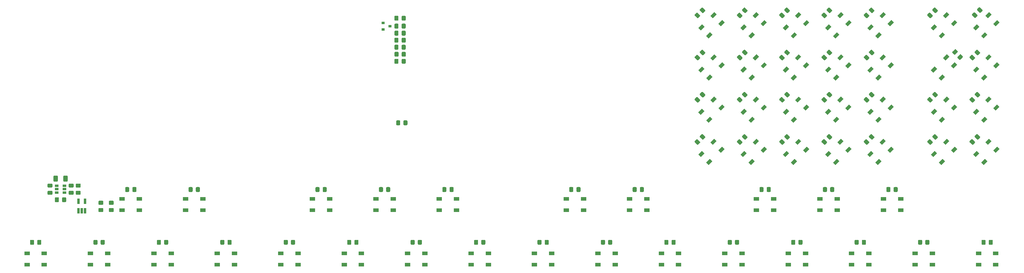
<source format=gbr>
%TF.GenerationSoftware,KiCad,Pcbnew,5.1.6*%
%TF.CreationDate,2020-11-05T20:15:49+01:00*%
%TF.ProjectId,OTTO_AUX_SMD,4f54544f-5f41-4555-985f-534d442e6b69,rev?*%
%TF.SameCoordinates,Original*%
%TF.FileFunction,Paste,Top*%
%TF.FilePolarity,Positive*%
%FSLAX46Y46*%
G04 Gerber Fmt 4.6, Leading zero omitted, Abs format (unit mm)*
G04 Created by KiCad (PCBNEW 5.1.6) date 2020-11-05 20:15:49*
%MOMM*%
%LPD*%
G01*
G04 APERTURE LIST*
%ADD10C,0.150000*%
%ADD11R,1.500000X1.000000*%
%ADD12R,0.900000X0.800000*%
%ADD13R,0.650000X1.560000*%
%ADD14R,1.060000X0.650000*%
G04 APERTURE END LIST*
D10*
G36*
X292921441Y-45850924D02*
G01*
X292214335Y-45143818D01*
X293274995Y-44083158D01*
X293982101Y-44790264D01*
X292921441Y-45850924D01*
G37*
G36*
X295184182Y-48113665D02*
G01*
X294477076Y-47406559D01*
X295537736Y-46345899D01*
X296244842Y-47053005D01*
X295184182Y-48113665D01*
G37*
G36*
X296386264Y-42386101D02*
G01*
X295679158Y-41678995D01*
X296739818Y-40618335D01*
X297446924Y-41325441D01*
X296386264Y-42386101D01*
G37*
G36*
X298649005Y-44648842D02*
G01*
X297941899Y-43941736D01*
X299002559Y-42881076D01*
X299709665Y-43588182D01*
X298649005Y-44648842D01*
G37*
G36*
X280921441Y-45850924D02*
G01*
X280214335Y-45143818D01*
X281274995Y-44083158D01*
X281982101Y-44790264D01*
X280921441Y-45850924D01*
G37*
G36*
X283184182Y-48113665D02*
G01*
X282477076Y-47406559D01*
X283537736Y-46345899D01*
X284244842Y-47053005D01*
X283184182Y-48113665D01*
G37*
G36*
X284386264Y-42386101D02*
G01*
X283679158Y-41678995D01*
X284739818Y-40618335D01*
X285446924Y-41325441D01*
X284386264Y-42386101D01*
G37*
G36*
X286649005Y-44648842D02*
G01*
X285941899Y-43941736D01*
X287002559Y-42881076D01*
X287709665Y-43588182D01*
X286649005Y-44648842D01*
G37*
D11*
X280650000Y-88486218D03*
X280650000Y-85286218D03*
X275750000Y-88486218D03*
X275750000Y-85286218D03*
D10*
G36*
X245002559Y-18881076D02*
G01*
X245709665Y-19588182D01*
X244649005Y-20648842D01*
X243941899Y-19941736D01*
X245002559Y-18881076D01*
G37*
G36*
X242739818Y-16618335D02*
G01*
X243446924Y-17325441D01*
X242386264Y-18386101D01*
X241679158Y-17678995D01*
X242739818Y-16618335D01*
G37*
G36*
X241537736Y-22345899D02*
G01*
X242244842Y-23053005D01*
X241184182Y-24113665D01*
X240477076Y-23406559D01*
X241537736Y-22345899D01*
G37*
G36*
X239274995Y-20083158D02*
G01*
X239982101Y-20790264D01*
X238921441Y-21850924D01*
X238214335Y-21143818D01*
X239274995Y-20083158D01*
G37*
G36*
X299002559Y-18881076D02*
G01*
X299709665Y-19588182D01*
X298649005Y-20648842D01*
X297941899Y-19941736D01*
X299002559Y-18881076D01*
G37*
G36*
X296739818Y-16618335D02*
G01*
X297446924Y-17325441D01*
X296386264Y-18386101D01*
X295679158Y-17678995D01*
X296739818Y-16618335D01*
G37*
G36*
X295537736Y-22345899D02*
G01*
X296244842Y-23053005D01*
X295184182Y-24113665D01*
X294477076Y-23406559D01*
X295537736Y-22345899D01*
G37*
G36*
X293274995Y-20083158D02*
G01*
X293982101Y-20790264D01*
X292921441Y-21850924D01*
X292214335Y-21143818D01*
X293274995Y-20083158D01*
G37*
G36*
X287002559Y-18881076D02*
G01*
X287709665Y-19588182D01*
X286649005Y-20648842D01*
X285941899Y-19941736D01*
X287002559Y-18881076D01*
G37*
G36*
X284739818Y-16618335D02*
G01*
X285446924Y-17325441D01*
X284386264Y-18386101D01*
X283679158Y-17678995D01*
X284739818Y-16618335D01*
G37*
G36*
X283537736Y-22345899D02*
G01*
X284244842Y-23053005D01*
X283184182Y-24113665D01*
X282477076Y-23406559D01*
X283537736Y-22345899D01*
G37*
G36*
X281274995Y-20083158D02*
G01*
X281982101Y-20790264D01*
X280921441Y-21850924D01*
X280214335Y-21143818D01*
X281274995Y-20083158D01*
G37*
G36*
X269002559Y-18881076D02*
G01*
X269709665Y-19588182D01*
X268649005Y-20648842D01*
X267941899Y-19941736D01*
X269002559Y-18881076D01*
G37*
G36*
X266739818Y-16618335D02*
G01*
X267446924Y-17325441D01*
X266386264Y-18386101D01*
X265679158Y-17678995D01*
X266739818Y-16618335D01*
G37*
G36*
X265537736Y-22345899D02*
G01*
X266244842Y-23053005D01*
X265184182Y-24113665D01*
X264477076Y-23406559D01*
X265537736Y-22345899D01*
G37*
G36*
X263274995Y-20083158D02*
G01*
X263982101Y-20790264D01*
X262921441Y-21850924D01*
X262214335Y-21143818D01*
X263274995Y-20083158D01*
G37*
G36*
X257002559Y-18881076D02*
G01*
X257709665Y-19588182D01*
X256649005Y-20648842D01*
X255941899Y-19941736D01*
X257002559Y-18881076D01*
G37*
G36*
X254739818Y-16618335D02*
G01*
X255446924Y-17325441D01*
X254386264Y-18386101D01*
X253679158Y-17678995D01*
X254739818Y-16618335D01*
G37*
G36*
X253537736Y-22345899D02*
G01*
X254244842Y-23053005D01*
X253184182Y-24113665D01*
X252477076Y-23406559D01*
X253537736Y-22345899D01*
G37*
G36*
X251274995Y-20083158D02*
G01*
X251982101Y-20790264D01*
X250921441Y-21850924D01*
X250214335Y-21143818D01*
X251274995Y-20083158D01*
G37*
G36*
X233002559Y-18881076D02*
G01*
X233709665Y-19588182D01*
X232649005Y-20648842D01*
X231941899Y-19941736D01*
X233002559Y-18881076D01*
G37*
G36*
X230739818Y-16618335D02*
G01*
X231446924Y-17325441D01*
X230386264Y-18386101D01*
X229679158Y-17678995D01*
X230739818Y-16618335D01*
G37*
G36*
X229537736Y-22345899D02*
G01*
X230244842Y-23053005D01*
X229184182Y-24113665D01*
X228477076Y-23406559D01*
X229537736Y-22345899D01*
G37*
G36*
X227274995Y-20083158D02*
G01*
X227982101Y-20790264D01*
X226921441Y-21850924D01*
X226214335Y-21143818D01*
X227274995Y-20083158D01*
G37*
G36*
X221002559Y-18881076D02*
G01*
X221709665Y-19588182D01*
X220649005Y-20648842D01*
X219941899Y-19941736D01*
X221002559Y-18881076D01*
G37*
G36*
X218739818Y-16618335D02*
G01*
X219446924Y-17325441D01*
X218386264Y-18386101D01*
X217679158Y-17678995D01*
X218739818Y-16618335D01*
G37*
G36*
X217537736Y-22345899D02*
G01*
X218244842Y-23053005D01*
X217184182Y-24113665D01*
X216477076Y-23406559D01*
X217537736Y-22345899D01*
G37*
G36*
X215274995Y-20083158D02*
G01*
X215982101Y-20790264D01*
X214921441Y-21850924D01*
X214214335Y-21143818D01*
X215274995Y-20083158D01*
G37*
G36*
X214921441Y-45850924D02*
G01*
X214214335Y-45143818D01*
X215274995Y-44083158D01*
X215982101Y-44790264D01*
X214921441Y-45850924D01*
G37*
G36*
X217184182Y-48113665D02*
G01*
X216477076Y-47406559D01*
X217537736Y-46345899D01*
X218244842Y-47053005D01*
X217184182Y-48113665D01*
G37*
G36*
X218386264Y-42386101D02*
G01*
X217679158Y-41678995D01*
X218739818Y-40618335D01*
X219446924Y-41325441D01*
X218386264Y-42386101D01*
G37*
G36*
X220649005Y-44648842D02*
G01*
X219941899Y-43941736D01*
X221002559Y-42881076D01*
X221709665Y-43588182D01*
X220649005Y-44648842D01*
G37*
D11*
X298650000Y-88486218D03*
X298650000Y-85286218D03*
X293750000Y-88486218D03*
X293750000Y-85286218D03*
X262650000Y-88486218D03*
X262650000Y-85286218D03*
X257750000Y-88486218D03*
X257750000Y-85286218D03*
X244650000Y-88486218D03*
X244650000Y-85286218D03*
X239750000Y-88486218D03*
X239750000Y-85286218D03*
X226650000Y-88486218D03*
X226650000Y-85286218D03*
X221750000Y-88486218D03*
X221750000Y-85286218D03*
X208650000Y-88486218D03*
X208650000Y-85286218D03*
X203750000Y-88486218D03*
X203750000Y-85286218D03*
X190650000Y-88486218D03*
X190650000Y-85286218D03*
X185750000Y-88486218D03*
X185750000Y-85286218D03*
X172650000Y-88486218D03*
X172650000Y-85286218D03*
X167750000Y-88486218D03*
X167750000Y-85286218D03*
X154650000Y-88486218D03*
X154650000Y-85286218D03*
X149750000Y-88486218D03*
X149750000Y-85286218D03*
X136650000Y-88486218D03*
X136650000Y-85286218D03*
X131750000Y-88486218D03*
X131750000Y-85286218D03*
X118650000Y-88486218D03*
X118650000Y-85286218D03*
X113750000Y-88486218D03*
X113750000Y-85286218D03*
X100650000Y-88486218D03*
X100650000Y-85286218D03*
X95750000Y-88486218D03*
X95750000Y-85286218D03*
X82650000Y-88486218D03*
X82650000Y-85286218D03*
X77750000Y-88486218D03*
X77750000Y-85286218D03*
X64650000Y-88486218D03*
X64650000Y-85286218D03*
X59750000Y-88486218D03*
X59750000Y-85286218D03*
X46650000Y-88486218D03*
X46650000Y-85286218D03*
X41750000Y-88486218D03*
X41750000Y-85286218D03*
X28650000Y-88486218D03*
X28650000Y-85286218D03*
X23750000Y-88486218D03*
X23750000Y-85286218D03*
D10*
G36*
X299002559Y-30881076D02*
G01*
X299709665Y-31588182D01*
X298649005Y-32648842D01*
X297941899Y-31941736D01*
X299002559Y-30881076D01*
G37*
G36*
X296739818Y-28618335D02*
G01*
X297446924Y-29325441D01*
X296386264Y-30386101D01*
X295679158Y-29678995D01*
X296739818Y-28618335D01*
G37*
G36*
X295537736Y-34345899D02*
G01*
X296244842Y-35053005D01*
X295184182Y-36113665D01*
X294477076Y-35406559D01*
X295537736Y-34345899D01*
G37*
G36*
X293274995Y-32083158D02*
G01*
X293982101Y-32790264D01*
X292921441Y-33850924D01*
X292214335Y-33143818D01*
X293274995Y-32083158D01*
G37*
G36*
X287002559Y-30881076D02*
G01*
X287709665Y-31588182D01*
X286649005Y-32648842D01*
X285941899Y-31941736D01*
X287002559Y-30881076D01*
G37*
G36*
X284739818Y-28618335D02*
G01*
X285446924Y-29325441D01*
X284386264Y-30386101D01*
X283679158Y-29678995D01*
X284739818Y-28618335D01*
G37*
G36*
X283537736Y-34345899D02*
G01*
X284244842Y-35053005D01*
X283184182Y-36113665D01*
X282477076Y-35406559D01*
X283537736Y-34345899D01*
G37*
G36*
X281274995Y-32083158D02*
G01*
X281982101Y-32790264D01*
X280921441Y-33850924D01*
X280214335Y-33143818D01*
X281274995Y-32083158D01*
G37*
G36*
X269002559Y-30881076D02*
G01*
X269709665Y-31588182D01*
X268649005Y-32648842D01*
X267941899Y-31941736D01*
X269002559Y-30881076D01*
G37*
G36*
X266739818Y-28618335D02*
G01*
X267446924Y-29325441D01*
X266386264Y-30386101D01*
X265679158Y-29678995D01*
X266739818Y-28618335D01*
G37*
G36*
X265537736Y-34345899D02*
G01*
X266244842Y-35053005D01*
X265184182Y-36113665D01*
X264477076Y-35406559D01*
X265537736Y-34345899D01*
G37*
G36*
X263274995Y-32083158D02*
G01*
X263982101Y-32790264D01*
X262921441Y-33850924D01*
X262214335Y-33143818D01*
X263274995Y-32083158D01*
G37*
G36*
X257002559Y-30881076D02*
G01*
X257709665Y-31588182D01*
X256649005Y-32648842D01*
X255941899Y-31941736D01*
X257002559Y-30881076D01*
G37*
G36*
X254739818Y-28618335D02*
G01*
X255446924Y-29325441D01*
X254386264Y-30386101D01*
X253679158Y-29678995D01*
X254739818Y-28618335D01*
G37*
G36*
X253537736Y-34345899D02*
G01*
X254244842Y-35053005D01*
X253184182Y-36113665D01*
X252477076Y-35406559D01*
X253537736Y-34345899D01*
G37*
G36*
X251274995Y-32083158D02*
G01*
X251982101Y-32790264D01*
X250921441Y-33850924D01*
X250214335Y-33143818D01*
X251274995Y-32083158D01*
G37*
G36*
X245002559Y-30881076D02*
G01*
X245709665Y-31588182D01*
X244649005Y-32648842D01*
X243941899Y-31941736D01*
X245002559Y-30881076D01*
G37*
G36*
X242739818Y-28618335D02*
G01*
X243446924Y-29325441D01*
X242386264Y-30386101D01*
X241679158Y-29678995D01*
X242739818Y-28618335D01*
G37*
G36*
X241537736Y-34345899D02*
G01*
X242244842Y-35053005D01*
X241184182Y-36113665D01*
X240477076Y-35406559D01*
X241537736Y-34345899D01*
G37*
G36*
X239274995Y-32083158D02*
G01*
X239982101Y-32790264D01*
X238921441Y-33850924D01*
X238214335Y-33143818D01*
X239274995Y-32083158D01*
G37*
G36*
X233002559Y-30881076D02*
G01*
X233709665Y-31588182D01*
X232649005Y-32648842D01*
X231941899Y-31941736D01*
X233002559Y-30881076D01*
G37*
G36*
X230739818Y-28618335D02*
G01*
X231446924Y-29325441D01*
X230386264Y-30386101D01*
X229679158Y-29678995D01*
X230739818Y-28618335D01*
G37*
G36*
X229537736Y-34345899D02*
G01*
X230244842Y-35053005D01*
X229184182Y-36113665D01*
X228477076Y-35406559D01*
X229537736Y-34345899D01*
G37*
G36*
X227274995Y-32083158D02*
G01*
X227982101Y-32790264D01*
X226921441Y-33850924D01*
X226214335Y-33143818D01*
X227274995Y-32083158D01*
G37*
G36*
X221002559Y-30881076D02*
G01*
X221709665Y-31588182D01*
X220649005Y-32648842D01*
X219941899Y-31941736D01*
X221002559Y-30881076D01*
G37*
G36*
X218739818Y-28618335D02*
G01*
X219446924Y-29325441D01*
X218386264Y-30386101D01*
X217679158Y-29678995D01*
X218739818Y-28618335D01*
G37*
G36*
X217537736Y-34345899D02*
G01*
X218244842Y-35053005D01*
X217184182Y-36113665D01*
X216477076Y-35406559D01*
X217537736Y-34345899D01*
G37*
G36*
X215274995Y-32083158D02*
G01*
X215982101Y-32790264D01*
X214921441Y-33850924D01*
X214214335Y-33143818D01*
X215274995Y-32083158D01*
G37*
G36*
X262921441Y-45850924D02*
G01*
X262214335Y-45143818D01*
X263274995Y-44083158D01*
X263982101Y-44790264D01*
X262921441Y-45850924D01*
G37*
G36*
X265184182Y-48113665D02*
G01*
X264477076Y-47406559D01*
X265537736Y-46345899D01*
X266244842Y-47053005D01*
X265184182Y-48113665D01*
G37*
G36*
X266386264Y-42386101D02*
G01*
X265679158Y-41678995D01*
X266739818Y-40618335D01*
X267446924Y-41325441D01*
X266386264Y-42386101D01*
G37*
G36*
X268649005Y-44648842D02*
G01*
X267941899Y-43941736D01*
X269002559Y-42881076D01*
X269709665Y-43588182D01*
X268649005Y-44648842D01*
G37*
G36*
X250921441Y-45850924D02*
G01*
X250214335Y-45143818D01*
X251274995Y-44083158D01*
X251982101Y-44790264D01*
X250921441Y-45850924D01*
G37*
G36*
X253184182Y-48113665D02*
G01*
X252477076Y-47406559D01*
X253537736Y-46345899D01*
X254244842Y-47053005D01*
X253184182Y-48113665D01*
G37*
G36*
X254386264Y-42386101D02*
G01*
X253679158Y-41678995D01*
X254739818Y-40618335D01*
X255446924Y-41325441D01*
X254386264Y-42386101D01*
G37*
G36*
X256649005Y-44648842D02*
G01*
X255941899Y-43941736D01*
X257002559Y-42881076D01*
X257709665Y-43588182D01*
X256649005Y-44648842D01*
G37*
G36*
X238921441Y-45850924D02*
G01*
X238214335Y-45143818D01*
X239274995Y-44083158D01*
X239982101Y-44790264D01*
X238921441Y-45850924D01*
G37*
G36*
X241184182Y-48113665D02*
G01*
X240477076Y-47406559D01*
X241537736Y-46345899D01*
X242244842Y-47053005D01*
X241184182Y-48113665D01*
G37*
G36*
X242386264Y-42386101D02*
G01*
X241679158Y-41678995D01*
X242739818Y-40618335D01*
X243446924Y-41325441D01*
X242386264Y-42386101D01*
G37*
G36*
X244649005Y-44648842D02*
G01*
X243941899Y-43941736D01*
X245002559Y-42881076D01*
X245709665Y-43588182D01*
X244649005Y-44648842D01*
G37*
G36*
X226921441Y-45850924D02*
G01*
X226214335Y-45143818D01*
X227274995Y-44083158D01*
X227982101Y-44790264D01*
X226921441Y-45850924D01*
G37*
G36*
X229184182Y-48113665D02*
G01*
X228477076Y-47406559D01*
X229537736Y-46345899D01*
X230244842Y-47053005D01*
X229184182Y-48113665D01*
G37*
G36*
X230386264Y-42386101D02*
G01*
X229679158Y-41678995D01*
X230739818Y-40618335D01*
X231446924Y-41325441D01*
X230386264Y-42386101D01*
G37*
G36*
X232649005Y-44648842D02*
G01*
X231941899Y-43941736D01*
X233002559Y-42881076D01*
X233709665Y-43588182D01*
X232649005Y-44648842D01*
G37*
G36*
X299002559Y-54881076D02*
G01*
X299709665Y-55588182D01*
X298649005Y-56648842D01*
X297941899Y-55941736D01*
X299002559Y-54881076D01*
G37*
G36*
X296739818Y-52618335D02*
G01*
X297446924Y-53325441D01*
X296386264Y-54386101D01*
X295679158Y-53678995D01*
X296739818Y-52618335D01*
G37*
G36*
X295537736Y-58345899D02*
G01*
X296244842Y-59053005D01*
X295184182Y-60113665D01*
X294477076Y-59406559D01*
X295537736Y-58345899D01*
G37*
G36*
X293274995Y-56083158D02*
G01*
X293982101Y-56790264D01*
X292921441Y-57850924D01*
X292214335Y-57143818D01*
X293274995Y-56083158D01*
G37*
G36*
X287002559Y-54881076D02*
G01*
X287709665Y-55588182D01*
X286649005Y-56648842D01*
X285941899Y-55941736D01*
X287002559Y-54881076D01*
G37*
G36*
X284739818Y-52618335D02*
G01*
X285446924Y-53325441D01*
X284386264Y-54386101D01*
X283679158Y-53678995D01*
X284739818Y-52618335D01*
G37*
G36*
X283537736Y-58345899D02*
G01*
X284244842Y-59053005D01*
X283184182Y-60113665D01*
X282477076Y-59406559D01*
X283537736Y-58345899D01*
G37*
G36*
X281274995Y-56083158D02*
G01*
X281982101Y-56790264D01*
X280921441Y-57850924D01*
X280214335Y-57143818D01*
X281274995Y-56083158D01*
G37*
G36*
X269002559Y-54881076D02*
G01*
X269709665Y-55588182D01*
X268649005Y-56648842D01*
X267941899Y-55941736D01*
X269002559Y-54881076D01*
G37*
G36*
X266739818Y-52618335D02*
G01*
X267446924Y-53325441D01*
X266386264Y-54386101D01*
X265679158Y-53678995D01*
X266739818Y-52618335D01*
G37*
G36*
X265537736Y-58345899D02*
G01*
X266244842Y-59053005D01*
X265184182Y-60113665D01*
X264477076Y-59406559D01*
X265537736Y-58345899D01*
G37*
G36*
X263274995Y-56083158D02*
G01*
X263982101Y-56790264D01*
X262921441Y-57850924D01*
X262214335Y-57143818D01*
X263274995Y-56083158D01*
G37*
G36*
X257002559Y-54881076D02*
G01*
X257709665Y-55588182D01*
X256649005Y-56648842D01*
X255941899Y-55941736D01*
X257002559Y-54881076D01*
G37*
G36*
X254739818Y-52618335D02*
G01*
X255446924Y-53325441D01*
X254386264Y-54386101D01*
X253679158Y-53678995D01*
X254739818Y-52618335D01*
G37*
G36*
X253537736Y-58345899D02*
G01*
X254244842Y-59053005D01*
X253184182Y-60113665D01*
X252477076Y-59406559D01*
X253537736Y-58345899D01*
G37*
G36*
X251274995Y-56083158D02*
G01*
X251982101Y-56790264D01*
X250921441Y-57850924D01*
X250214335Y-57143818D01*
X251274995Y-56083158D01*
G37*
G36*
X245002559Y-54881076D02*
G01*
X245709665Y-55588182D01*
X244649005Y-56648842D01*
X243941899Y-55941736D01*
X245002559Y-54881076D01*
G37*
G36*
X242739818Y-52618335D02*
G01*
X243446924Y-53325441D01*
X242386264Y-54386101D01*
X241679158Y-53678995D01*
X242739818Y-52618335D01*
G37*
G36*
X241537736Y-58345899D02*
G01*
X242244842Y-59053005D01*
X241184182Y-60113665D01*
X240477076Y-59406559D01*
X241537736Y-58345899D01*
G37*
G36*
X239274995Y-56083158D02*
G01*
X239982101Y-56790264D01*
X238921441Y-57850924D01*
X238214335Y-57143818D01*
X239274995Y-56083158D01*
G37*
G36*
X233002559Y-54881076D02*
G01*
X233709665Y-55588182D01*
X232649005Y-56648842D01*
X231941899Y-55941736D01*
X233002559Y-54881076D01*
G37*
G36*
X230739818Y-52618335D02*
G01*
X231446924Y-53325441D01*
X230386264Y-54386101D01*
X229679158Y-53678995D01*
X230739818Y-52618335D01*
G37*
G36*
X229537736Y-58345899D02*
G01*
X230244842Y-59053005D01*
X229184182Y-60113665D01*
X228477076Y-59406559D01*
X229537736Y-58345899D01*
G37*
G36*
X227274995Y-56083158D02*
G01*
X227982101Y-56790264D01*
X226921441Y-57850924D01*
X226214335Y-57143818D01*
X227274995Y-56083158D01*
G37*
G36*
X221002559Y-54881076D02*
G01*
X221709665Y-55588182D01*
X220649005Y-56648842D01*
X219941899Y-55941736D01*
X221002559Y-54881076D01*
G37*
G36*
X218739818Y-52618335D02*
G01*
X219446924Y-53325441D01*
X218386264Y-54386101D01*
X217679158Y-53678995D01*
X218739818Y-52618335D01*
G37*
G36*
X217537736Y-58345899D02*
G01*
X218244842Y-59053005D01*
X217184182Y-60113665D01*
X216477076Y-59406559D01*
X217537736Y-58345899D01*
G37*
G36*
X215274995Y-56083158D02*
G01*
X215982101Y-56790264D01*
X214921441Y-57850924D01*
X214214335Y-57143818D01*
X215274995Y-56083158D01*
G37*
D11*
X271650000Y-72950000D03*
X271650000Y-69750000D03*
X266750000Y-72950000D03*
X266750000Y-69750000D03*
X253650000Y-72950000D03*
X253650000Y-69750000D03*
X248750000Y-72950000D03*
X248750000Y-69750000D03*
X235650000Y-72950000D03*
X235650000Y-69750000D03*
X230750000Y-72950000D03*
X230750000Y-69750000D03*
X199650000Y-72950000D03*
X199650000Y-69750000D03*
X194750000Y-72950000D03*
X194750000Y-69750000D03*
X181650000Y-72950000D03*
X181650000Y-69750000D03*
X176750000Y-72950000D03*
X176750000Y-69750000D03*
X145650000Y-72950000D03*
X145650000Y-69750000D03*
X140750000Y-72950000D03*
X140750000Y-69750000D03*
X127650000Y-72950000D03*
X127650000Y-69750000D03*
X122750000Y-72950000D03*
X122750000Y-69750000D03*
X109650000Y-72950000D03*
X109650000Y-69750000D03*
X104750000Y-72950000D03*
X104750000Y-69750000D03*
X73650000Y-72950000D03*
X73650000Y-69750000D03*
X68750000Y-72950000D03*
X68750000Y-69750000D03*
X55650000Y-72950000D03*
X55650000Y-69750000D03*
X50750000Y-72950000D03*
X50750000Y-69750000D03*
D12*
X126751041Y-20625000D03*
X124751041Y-21575000D03*
X124751041Y-19675000D03*
D13*
X38320000Y-70400000D03*
X40220000Y-70400000D03*
X40220000Y-73100000D03*
X39270000Y-73100000D03*
X38320000Y-73100000D03*
G36*
G01*
X262063604Y-28849999D02*
X262700001Y-29486396D01*
G75*
G02*
X262700001Y-29839948I-176776J-176776D01*
G01*
X262240380Y-30299569D01*
G75*
G02*
X261886828Y-30299569I-176776J176776D01*
G01*
X261250431Y-29663172D01*
G75*
G02*
X261250431Y-29309620I176776J176776D01*
G01*
X261710052Y-28849999D01*
G75*
G02*
X262063604Y-28849999I176776J-176776D01*
G01*
G37*
G36*
G01*
X263513172Y-27400431D02*
X264149569Y-28036828D01*
G75*
G02*
X264149569Y-28390380I-176776J-176776D01*
G01*
X263689948Y-28850001D01*
G75*
G02*
X263336396Y-28850001I-176776J176776D01*
G01*
X262699999Y-28213604D01*
G75*
G02*
X262699999Y-27860052I176776J176776D01*
G01*
X263159620Y-27400431D01*
G75*
G02*
X263513172Y-27400431I176776J-176776D01*
G01*
G37*
G36*
G01*
X129151041Y-17924999D02*
X129151041Y-18825001D01*
G75*
G02*
X128901042Y-19075000I-249999J0D01*
G01*
X128251040Y-19075000D01*
G75*
G02*
X128001041Y-18825001I0J249999D01*
G01*
X128001041Y-17924999D01*
G75*
G02*
X128251040Y-17675000I249999J0D01*
G01*
X128901042Y-17675000D01*
G75*
G02*
X129151041Y-17924999I0J-249999D01*
G01*
G37*
G36*
G01*
X131201041Y-17924999D02*
X131201041Y-18825001D01*
G75*
G02*
X130951042Y-19075000I-249999J0D01*
G01*
X130301040Y-19075000D01*
G75*
G02*
X130051041Y-18825001I0J249999D01*
G01*
X130051041Y-17924999D01*
G75*
G02*
X130301040Y-17675000I249999J0D01*
G01*
X130951042Y-17675000D01*
G75*
G02*
X131201041Y-17924999I0J-249999D01*
G01*
G37*
G36*
G01*
X129150000Y-22174999D02*
X129150000Y-23075001D01*
G75*
G02*
X128900001Y-23325000I-249999J0D01*
G01*
X128249999Y-23325000D01*
G75*
G02*
X128000000Y-23075001I0J249999D01*
G01*
X128000000Y-22174999D01*
G75*
G02*
X128249999Y-21925000I249999J0D01*
G01*
X128900001Y-21925000D01*
G75*
G02*
X129150000Y-22174999I0J-249999D01*
G01*
G37*
G36*
G01*
X131200000Y-22174999D02*
X131200000Y-23075001D01*
G75*
G02*
X130950001Y-23325000I-249999J0D01*
G01*
X130299999Y-23325000D01*
G75*
G02*
X130050000Y-23075001I0J249999D01*
G01*
X130050000Y-22174999D01*
G75*
G02*
X130299999Y-21925000I249999J0D01*
G01*
X130950001Y-21925000D01*
G75*
G02*
X131200000Y-22174999I0J-249999D01*
G01*
G37*
G36*
G01*
X129150000Y-24174999D02*
X129150000Y-25075001D01*
G75*
G02*
X128900001Y-25325000I-249999J0D01*
G01*
X128249999Y-25325000D01*
G75*
G02*
X128000000Y-25075001I0J249999D01*
G01*
X128000000Y-24174999D01*
G75*
G02*
X128249999Y-23925000I249999J0D01*
G01*
X128900001Y-23925000D01*
G75*
G02*
X129150000Y-24174999I0J-249999D01*
G01*
G37*
G36*
G01*
X131200000Y-24174999D02*
X131200000Y-25075001D01*
G75*
G02*
X130950001Y-25325000I-249999J0D01*
G01*
X130299999Y-25325000D01*
G75*
G02*
X130050000Y-25075001I0J249999D01*
G01*
X130050000Y-24174999D01*
G75*
G02*
X130299999Y-23925000I249999J0D01*
G01*
X130950001Y-23925000D01*
G75*
G02*
X131200000Y-24174999I0J-249999D01*
G01*
G37*
G36*
G01*
X129150000Y-26174999D02*
X129150000Y-27075001D01*
G75*
G02*
X128900001Y-27325000I-249999J0D01*
G01*
X128249999Y-27325000D01*
G75*
G02*
X128000000Y-27075001I0J249999D01*
G01*
X128000000Y-26174999D01*
G75*
G02*
X128249999Y-25925000I249999J0D01*
G01*
X128900001Y-25925000D01*
G75*
G02*
X129150000Y-26174999I0J-249999D01*
G01*
G37*
G36*
G01*
X131200000Y-26174999D02*
X131200000Y-27075001D01*
G75*
G02*
X130950001Y-27325000I-249999J0D01*
G01*
X130299999Y-27325000D01*
G75*
G02*
X130050000Y-27075001I0J249999D01*
G01*
X130050000Y-26174999D01*
G75*
G02*
X130299999Y-25925000I249999J0D01*
G01*
X130950001Y-25925000D01*
G75*
G02*
X131200000Y-26174999I0J-249999D01*
G01*
G37*
G36*
G01*
X129176041Y-28174999D02*
X129176041Y-29075001D01*
G75*
G02*
X128926042Y-29325000I-249999J0D01*
G01*
X128276040Y-29325000D01*
G75*
G02*
X128026041Y-29075001I0J249999D01*
G01*
X128026041Y-28174999D01*
G75*
G02*
X128276040Y-27925000I249999J0D01*
G01*
X128926042Y-27925000D01*
G75*
G02*
X129176041Y-28174999I0J-249999D01*
G01*
G37*
G36*
G01*
X131226041Y-28174999D02*
X131226041Y-29075001D01*
G75*
G02*
X130976042Y-29325000I-249999J0D01*
G01*
X130326040Y-29325000D01*
G75*
G02*
X130076041Y-29075001I0J249999D01*
G01*
X130076041Y-28174999D01*
G75*
G02*
X130326040Y-27925000I249999J0D01*
G01*
X130976042Y-27925000D01*
G75*
G02*
X131226041Y-28174999I0J-249999D01*
G01*
G37*
G36*
G01*
X129150000Y-30174999D02*
X129150000Y-31075001D01*
G75*
G02*
X128900001Y-31325000I-249999J0D01*
G01*
X128249999Y-31325000D01*
G75*
G02*
X128000000Y-31075001I0J249999D01*
G01*
X128000000Y-30174999D01*
G75*
G02*
X128249999Y-29925000I249999J0D01*
G01*
X128900001Y-29925000D01*
G75*
G02*
X129150000Y-30174999I0J-249999D01*
G01*
G37*
G36*
G01*
X131200000Y-30174999D02*
X131200000Y-31075001D01*
G75*
G02*
X130950001Y-31325000I-249999J0D01*
G01*
X130299999Y-31325000D01*
G75*
G02*
X130050000Y-31075001I0J249999D01*
G01*
X130050000Y-30174999D01*
G75*
G02*
X130299999Y-29925000I249999J0D01*
G01*
X130950001Y-29925000D01*
G75*
G02*
X131200000Y-30174999I0J-249999D01*
G01*
G37*
D14*
X32170000Y-66050000D03*
X32170000Y-67000000D03*
X32170000Y-67950000D03*
X34370000Y-67950000D03*
X34370000Y-66050000D03*
X34370000Y-67000000D03*
G36*
G01*
X35819999Y-67450000D02*
X36720001Y-67450000D01*
G75*
G02*
X36970000Y-67699999I0J-249999D01*
G01*
X36970000Y-68350001D01*
G75*
G02*
X36720001Y-68600000I-249999J0D01*
G01*
X35819999Y-68600000D01*
G75*
G02*
X35570000Y-68350001I0J249999D01*
G01*
X35570000Y-67699999D01*
G75*
G02*
X35819999Y-67450000I249999J0D01*
G01*
G37*
G36*
G01*
X35819999Y-65400000D02*
X36720001Y-65400000D01*
G75*
G02*
X36970000Y-65649999I0J-249999D01*
G01*
X36970000Y-66300001D01*
G75*
G02*
X36720001Y-66550000I-249999J0D01*
G01*
X35819999Y-66550000D01*
G75*
G02*
X35570000Y-66300001I0J249999D01*
G01*
X35570000Y-65649999D01*
G75*
G02*
X35819999Y-65400000I249999J0D01*
G01*
G37*
G36*
G01*
X30720001Y-66550000D02*
X29819999Y-66550000D01*
G75*
G02*
X29570000Y-66300001I0J249999D01*
G01*
X29570000Y-65649999D01*
G75*
G02*
X29819999Y-65400000I249999J0D01*
G01*
X30720001Y-65400000D01*
G75*
G02*
X30970000Y-65649999I0J-249999D01*
G01*
X30970000Y-66300001D01*
G75*
G02*
X30720001Y-66550000I-249999J0D01*
G01*
G37*
G36*
G01*
X30720001Y-68600000D02*
X29819999Y-68600000D01*
G75*
G02*
X29570000Y-68350001I0J249999D01*
G01*
X29570000Y-67699999D01*
G75*
G02*
X29819999Y-67450000I249999J0D01*
G01*
X30720001Y-67450000D01*
G75*
G02*
X30970000Y-67699999I0J-249999D01*
G01*
X30970000Y-68350001D01*
G75*
G02*
X30720001Y-68600000I-249999J0D01*
G01*
G37*
G36*
G01*
X129150000Y-20174999D02*
X129150000Y-21075001D01*
G75*
G02*
X128900001Y-21325000I-249999J0D01*
G01*
X128249999Y-21325000D01*
G75*
G02*
X128000000Y-21075001I0J249999D01*
G01*
X128000000Y-20174999D01*
G75*
G02*
X128249999Y-19925000I249999J0D01*
G01*
X128900001Y-19925000D01*
G75*
G02*
X129150000Y-20174999I0J-249999D01*
G01*
G37*
G36*
G01*
X131200000Y-20174999D02*
X131200000Y-21075001D01*
G75*
G02*
X130950001Y-21325000I-249999J0D01*
G01*
X130299999Y-21325000D01*
G75*
G02*
X130050000Y-21075001I0J249999D01*
G01*
X130050000Y-20174999D01*
G75*
G02*
X130299999Y-19925000I249999J0D01*
G01*
X130950001Y-19925000D01*
G75*
G02*
X131200000Y-20174999I0J-249999D01*
G01*
G37*
G36*
G01*
X32795000Y-69549999D02*
X32795000Y-70450001D01*
G75*
G02*
X32545001Y-70700000I-249999J0D01*
G01*
X31894999Y-70700000D01*
G75*
G02*
X31645000Y-70450001I0J249999D01*
G01*
X31645000Y-69549999D01*
G75*
G02*
X31894999Y-69300000I249999J0D01*
G01*
X32545001Y-69300000D01*
G75*
G02*
X32795000Y-69549999I0J-249999D01*
G01*
G37*
G36*
G01*
X34845000Y-69549999D02*
X34845000Y-70450001D01*
G75*
G02*
X34595001Y-70700000I-249999J0D01*
G01*
X33944999Y-70700000D01*
G75*
G02*
X33695000Y-70450001I0J249999D01*
G01*
X33695000Y-69549999D01*
G75*
G02*
X33944999Y-69300000I249999J0D01*
G01*
X34595001Y-69300000D01*
G75*
G02*
X34845000Y-69549999I0J-249999D01*
G01*
G37*
G36*
G01*
X34045000Y-64625000D02*
X34045000Y-63375000D01*
G75*
G02*
X34295000Y-63125000I250000J0D01*
G01*
X35045000Y-63125000D01*
G75*
G02*
X35295000Y-63375000I0J-250000D01*
G01*
X35295000Y-64625000D01*
G75*
G02*
X35045000Y-64875000I-250000J0D01*
G01*
X34295000Y-64875000D01*
G75*
G02*
X34045000Y-64625000I0J250000D01*
G01*
G37*
G36*
G01*
X31245000Y-64625000D02*
X31245000Y-63375000D01*
G75*
G02*
X31495000Y-63125000I250000J0D01*
G01*
X32245000Y-63125000D01*
G75*
G02*
X32495000Y-63375000I0J-250000D01*
G01*
X32495000Y-64625000D01*
G75*
G02*
X32245000Y-64875000I-250000J0D01*
G01*
X31495000Y-64875000D01*
G75*
G02*
X31245000Y-64625000I0J250000D01*
G01*
G37*
G36*
G01*
X25750000Y-81649999D02*
X25750000Y-82550001D01*
G75*
G02*
X25500001Y-82800000I-249999J0D01*
G01*
X24849999Y-82800000D01*
G75*
G02*
X24600000Y-82550001I0J249999D01*
G01*
X24600000Y-81649999D01*
G75*
G02*
X24849999Y-81400000I249999J0D01*
G01*
X25500001Y-81400000D01*
G75*
G02*
X25750000Y-81649999I0J-249999D01*
G01*
G37*
G36*
G01*
X27800000Y-81649999D02*
X27800000Y-82550001D01*
G75*
G02*
X27550001Y-82800000I-249999J0D01*
G01*
X26899999Y-82800000D01*
G75*
G02*
X26650000Y-82550001I0J249999D01*
G01*
X26650000Y-81649999D01*
G75*
G02*
X26899999Y-81400000I249999J0D01*
G01*
X27550001Y-81400000D01*
G75*
G02*
X27800000Y-81649999I0J-249999D01*
G01*
G37*
G36*
G01*
X37819999Y-67450000D02*
X38720001Y-67450000D01*
G75*
G02*
X38970000Y-67699999I0J-249999D01*
G01*
X38970000Y-68350001D01*
G75*
G02*
X38720001Y-68600000I-249999J0D01*
G01*
X37819999Y-68600000D01*
G75*
G02*
X37570000Y-68350001I0J249999D01*
G01*
X37570000Y-67699999D01*
G75*
G02*
X37819999Y-67450000I249999J0D01*
G01*
G37*
G36*
G01*
X37819999Y-65400000D02*
X38720001Y-65400000D01*
G75*
G02*
X38970000Y-65649999I0J-249999D01*
G01*
X38970000Y-66300001D01*
G75*
G02*
X38720001Y-66550000I-249999J0D01*
G01*
X37819999Y-66550000D01*
G75*
G02*
X37570000Y-66300001I0J249999D01*
G01*
X37570000Y-65649999D01*
G75*
G02*
X37819999Y-65400000I249999J0D01*
G01*
G37*
G36*
G01*
X48106801Y-71445600D02*
X47206799Y-71445600D01*
G75*
G02*
X46956800Y-71195601I0J249999D01*
G01*
X46956800Y-70545599D01*
G75*
G02*
X47206799Y-70295600I249999J0D01*
G01*
X48106801Y-70295600D01*
G75*
G02*
X48356800Y-70545599I0J-249999D01*
G01*
X48356800Y-71195601D01*
G75*
G02*
X48106801Y-71445600I-249999J0D01*
G01*
G37*
G36*
G01*
X48106801Y-73495600D02*
X47206799Y-73495600D01*
G75*
G02*
X46956800Y-73245601I0J249999D01*
G01*
X46956800Y-72595599D01*
G75*
G02*
X47206799Y-72345600I249999J0D01*
G01*
X48106801Y-72345600D01*
G75*
G02*
X48356800Y-72595599I0J-249999D01*
G01*
X48356800Y-73245601D01*
G75*
G02*
X48106801Y-73495600I-249999J0D01*
G01*
G37*
G36*
G01*
X44249999Y-72345600D02*
X45150001Y-72345600D01*
G75*
G02*
X45400000Y-72595599I0J-249999D01*
G01*
X45400000Y-73245601D01*
G75*
G02*
X45150001Y-73495600I-249999J0D01*
G01*
X44249999Y-73495600D01*
G75*
G02*
X44000000Y-73245601I0J249999D01*
G01*
X44000000Y-72595599D01*
G75*
G02*
X44249999Y-72345600I249999J0D01*
G01*
G37*
G36*
G01*
X44249999Y-70295600D02*
X45150001Y-70295600D01*
G75*
G02*
X45400000Y-70545599I0J-249999D01*
G01*
X45400000Y-71195601D01*
G75*
G02*
X45150001Y-71445600I-249999J0D01*
G01*
X44249999Y-71445600D01*
G75*
G02*
X44000000Y-71195601I0J249999D01*
G01*
X44000000Y-70545599D01*
G75*
G02*
X44249999Y-70295600I249999J0D01*
G01*
G37*
G36*
G01*
X294031180Y-16775217D02*
X293394783Y-16138820D01*
G75*
G02*
X293394783Y-15785268I176776J176776D01*
G01*
X293854404Y-15325647D01*
G75*
G02*
X294207956Y-15325647I176776J-176776D01*
G01*
X294844353Y-15962044D01*
G75*
G02*
X294844353Y-16315596I-176776J-176776D01*
G01*
X294384732Y-16775217D01*
G75*
G02*
X294031180Y-16775217I-176776J176776D01*
G01*
G37*
G36*
G01*
X292581612Y-18224785D02*
X291945215Y-17588388D01*
G75*
G02*
X291945215Y-17234836I176776J176776D01*
G01*
X292404836Y-16775215D01*
G75*
G02*
X292758388Y-16775215I176776J-176776D01*
G01*
X293394785Y-17411612D01*
G75*
G02*
X293394785Y-17765164I-176776J-176776D01*
G01*
X292935164Y-18224785D01*
G75*
G02*
X292581612Y-18224785I-176776J176776D01*
G01*
G37*
G36*
G01*
X280063604Y-16849999D02*
X280700001Y-17486396D01*
G75*
G02*
X280700001Y-17839948I-176776J-176776D01*
G01*
X280240380Y-18299569D01*
G75*
G02*
X279886828Y-18299569I-176776J176776D01*
G01*
X279250431Y-17663172D01*
G75*
G02*
X279250431Y-17309620I176776J176776D01*
G01*
X279710052Y-16849999D01*
G75*
G02*
X280063604Y-16849999I176776J-176776D01*
G01*
G37*
G36*
G01*
X281513172Y-15400431D02*
X282149569Y-16036828D01*
G75*
G02*
X282149569Y-16390380I-176776J-176776D01*
G01*
X281689948Y-16850001D01*
G75*
G02*
X281336396Y-16850001I-176776J176776D01*
G01*
X280699999Y-16213604D01*
G75*
G02*
X280699999Y-15860052I176776J176776D01*
G01*
X281159620Y-15400431D01*
G75*
G02*
X281513172Y-15400431I176776J-176776D01*
G01*
G37*
G36*
G01*
X262063604Y-16849999D02*
X262700001Y-17486396D01*
G75*
G02*
X262700001Y-17839948I-176776J-176776D01*
G01*
X262240380Y-18299569D01*
G75*
G02*
X261886828Y-18299569I-176776J176776D01*
G01*
X261250431Y-17663172D01*
G75*
G02*
X261250431Y-17309620I176776J176776D01*
G01*
X261710052Y-16849999D01*
G75*
G02*
X262063604Y-16849999I176776J-176776D01*
G01*
G37*
G36*
G01*
X263513172Y-15400431D02*
X264149569Y-16036828D01*
G75*
G02*
X264149569Y-16390380I-176776J-176776D01*
G01*
X263689948Y-16850001D01*
G75*
G02*
X263336396Y-16850001I-176776J176776D01*
G01*
X262699999Y-16213604D01*
G75*
G02*
X262699999Y-15860052I176776J176776D01*
G01*
X263159620Y-15400431D01*
G75*
G02*
X263513172Y-15400431I176776J-176776D01*
G01*
G37*
G36*
G01*
X250063604Y-16849999D02*
X250700001Y-17486396D01*
G75*
G02*
X250700001Y-17839948I-176776J-176776D01*
G01*
X250240380Y-18299569D01*
G75*
G02*
X249886828Y-18299569I-176776J176776D01*
G01*
X249250431Y-17663172D01*
G75*
G02*
X249250431Y-17309620I176776J176776D01*
G01*
X249710052Y-16849999D01*
G75*
G02*
X250063604Y-16849999I176776J-176776D01*
G01*
G37*
G36*
G01*
X251513172Y-15400431D02*
X252149569Y-16036828D01*
G75*
G02*
X252149569Y-16390380I-176776J-176776D01*
G01*
X251689948Y-16850001D01*
G75*
G02*
X251336396Y-16850001I-176776J176776D01*
G01*
X250699999Y-16213604D01*
G75*
G02*
X250699999Y-15860052I176776J176776D01*
G01*
X251159620Y-15400431D01*
G75*
G02*
X251513172Y-15400431I176776J-176776D01*
G01*
G37*
G36*
G01*
X238063604Y-16849999D02*
X238700001Y-17486396D01*
G75*
G02*
X238700001Y-17839948I-176776J-176776D01*
G01*
X238240380Y-18299569D01*
G75*
G02*
X237886828Y-18299569I-176776J176776D01*
G01*
X237250431Y-17663172D01*
G75*
G02*
X237250431Y-17309620I176776J176776D01*
G01*
X237710052Y-16849999D01*
G75*
G02*
X238063604Y-16849999I176776J-176776D01*
G01*
G37*
G36*
G01*
X239513172Y-15400431D02*
X240149569Y-16036828D01*
G75*
G02*
X240149569Y-16390380I-176776J-176776D01*
G01*
X239689948Y-16850001D01*
G75*
G02*
X239336396Y-16850001I-176776J176776D01*
G01*
X238699999Y-16213604D01*
G75*
G02*
X238699999Y-15860052I176776J176776D01*
G01*
X239159620Y-15400431D01*
G75*
G02*
X239513172Y-15400431I176776J-176776D01*
G01*
G37*
G36*
G01*
X226063604Y-16849999D02*
X226700001Y-17486396D01*
G75*
G02*
X226700001Y-17839948I-176776J-176776D01*
G01*
X226240380Y-18299569D01*
G75*
G02*
X225886828Y-18299569I-176776J176776D01*
G01*
X225250431Y-17663172D01*
G75*
G02*
X225250431Y-17309620I176776J176776D01*
G01*
X225710052Y-16849999D01*
G75*
G02*
X226063604Y-16849999I176776J-176776D01*
G01*
G37*
G36*
G01*
X227513172Y-15400431D02*
X228149569Y-16036828D01*
G75*
G02*
X228149569Y-16390380I-176776J-176776D01*
G01*
X227689948Y-16850001D01*
G75*
G02*
X227336396Y-16850001I-176776J176776D01*
G01*
X226699999Y-16213604D01*
G75*
G02*
X226699999Y-15860052I176776J176776D01*
G01*
X227159620Y-15400431D01*
G75*
G02*
X227513172Y-15400431I176776J-176776D01*
G01*
G37*
G36*
G01*
X214063604Y-16849999D02*
X214700001Y-17486396D01*
G75*
G02*
X214700001Y-17839948I-176776J-176776D01*
G01*
X214240380Y-18299569D01*
G75*
G02*
X213886828Y-18299569I-176776J176776D01*
G01*
X213250431Y-17663172D01*
G75*
G02*
X213250431Y-17309620I176776J176776D01*
G01*
X213710052Y-16849999D01*
G75*
G02*
X214063604Y-16849999I176776J-176776D01*
G01*
G37*
G36*
G01*
X215513172Y-15400431D02*
X216149569Y-16036828D01*
G75*
G02*
X216149569Y-16390380I-176776J-176776D01*
G01*
X215689948Y-16850001D01*
G75*
G02*
X215336396Y-16850001I-176776J176776D01*
G01*
X214699999Y-16213604D01*
G75*
G02*
X214699999Y-15860052I176776J176776D01*
G01*
X215159620Y-15400431D01*
G75*
G02*
X215513172Y-15400431I176776J-176776D01*
G01*
G37*
G36*
G01*
X292063604Y-28849999D02*
X292700001Y-29486396D01*
G75*
G02*
X292700001Y-29839948I-176776J-176776D01*
G01*
X292240380Y-30299569D01*
G75*
G02*
X291886828Y-30299569I-176776J176776D01*
G01*
X291250431Y-29663172D01*
G75*
G02*
X291250431Y-29309620I176776J176776D01*
G01*
X291710052Y-28849999D01*
G75*
G02*
X292063604Y-28849999I176776J-176776D01*
G01*
G37*
G36*
G01*
X293513172Y-27400431D02*
X294149569Y-28036828D01*
G75*
G02*
X294149569Y-28390380I-176776J-176776D01*
G01*
X293689948Y-28850001D01*
G75*
G02*
X293336396Y-28850001I-176776J176776D01*
G01*
X292699999Y-28213604D01*
G75*
G02*
X292699999Y-27860052I176776J176776D01*
G01*
X293159620Y-27400431D01*
G75*
G02*
X293513172Y-27400431I176776J-176776D01*
G01*
G37*
G36*
G01*
X287799999Y-29336396D02*
X288436396Y-28699999D01*
G75*
G02*
X288789948Y-28699999I176776J-176776D01*
G01*
X289249569Y-29159620D01*
G75*
G02*
X289249569Y-29513172I-176776J-176776D01*
G01*
X288613172Y-30149569D01*
G75*
G02*
X288259620Y-30149569I-176776J176776D01*
G01*
X287799999Y-29689948D01*
G75*
G02*
X287799999Y-29336396I176776J176776D01*
G01*
G37*
G36*
G01*
X286350431Y-27886828D02*
X286986828Y-27250431D01*
G75*
G02*
X287340380Y-27250431I176776J-176776D01*
G01*
X287800001Y-27710052D01*
G75*
G02*
X287800001Y-28063604I-176776J-176776D01*
G01*
X287163604Y-28700001D01*
G75*
G02*
X286810052Y-28700001I-176776J176776D01*
G01*
X286350431Y-28240380D01*
G75*
G02*
X286350431Y-27886828I176776J176776D01*
G01*
G37*
G36*
G01*
X250063604Y-28849999D02*
X250700001Y-29486396D01*
G75*
G02*
X250700001Y-29839948I-176776J-176776D01*
G01*
X250240380Y-30299569D01*
G75*
G02*
X249886828Y-30299569I-176776J176776D01*
G01*
X249250431Y-29663172D01*
G75*
G02*
X249250431Y-29309620I176776J176776D01*
G01*
X249710052Y-28849999D01*
G75*
G02*
X250063604Y-28849999I176776J-176776D01*
G01*
G37*
G36*
G01*
X251513172Y-27400431D02*
X252149569Y-28036828D01*
G75*
G02*
X252149569Y-28390380I-176776J-176776D01*
G01*
X251689948Y-28850001D01*
G75*
G02*
X251336396Y-28850001I-176776J176776D01*
G01*
X250699999Y-28213604D01*
G75*
G02*
X250699999Y-27860052I176776J176776D01*
G01*
X251159620Y-27400431D01*
G75*
G02*
X251513172Y-27400431I176776J-176776D01*
G01*
G37*
G36*
G01*
X238063604Y-28849999D02*
X238700001Y-29486396D01*
G75*
G02*
X238700001Y-29839948I-176776J-176776D01*
G01*
X238240380Y-30299569D01*
G75*
G02*
X237886828Y-30299569I-176776J176776D01*
G01*
X237250431Y-29663172D01*
G75*
G02*
X237250431Y-29309620I176776J176776D01*
G01*
X237710052Y-28849999D01*
G75*
G02*
X238063604Y-28849999I176776J-176776D01*
G01*
G37*
G36*
G01*
X239513172Y-27400431D02*
X240149569Y-28036828D01*
G75*
G02*
X240149569Y-28390380I-176776J-176776D01*
G01*
X239689948Y-28850001D01*
G75*
G02*
X239336396Y-28850001I-176776J176776D01*
G01*
X238699999Y-28213604D01*
G75*
G02*
X238699999Y-27860052I176776J176776D01*
G01*
X239159620Y-27400431D01*
G75*
G02*
X239513172Y-27400431I176776J-176776D01*
G01*
G37*
G36*
G01*
X226063604Y-28849999D02*
X226700001Y-29486396D01*
G75*
G02*
X226700001Y-29839948I-176776J-176776D01*
G01*
X226240380Y-30299569D01*
G75*
G02*
X225886828Y-30299569I-176776J176776D01*
G01*
X225250431Y-29663172D01*
G75*
G02*
X225250431Y-29309620I176776J176776D01*
G01*
X225710052Y-28849999D01*
G75*
G02*
X226063604Y-28849999I176776J-176776D01*
G01*
G37*
G36*
G01*
X227513172Y-27400431D02*
X228149569Y-28036828D01*
G75*
G02*
X228149569Y-28390380I-176776J-176776D01*
G01*
X227689948Y-28850001D01*
G75*
G02*
X227336396Y-28850001I-176776J176776D01*
G01*
X226699999Y-28213604D01*
G75*
G02*
X226699999Y-27860052I176776J176776D01*
G01*
X227159620Y-27400431D01*
G75*
G02*
X227513172Y-27400431I176776J-176776D01*
G01*
G37*
G36*
G01*
X214063604Y-28849999D02*
X214700001Y-29486396D01*
G75*
G02*
X214700001Y-29839948I-176776J-176776D01*
G01*
X214240380Y-30299569D01*
G75*
G02*
X213886828Y-30299569I-176776J176776D01*
G01*
X213250431Y-29663172D01*
G75*
G02*
X213250431Y-29309620I176776J176776D01*
G01*
X213710052Y-28849999D01*
G75*
G02*
X214063604Y-28849999I176776J-176776D01*
G01*
G37*
G36*
G01*
X215513172Y-27400431D02*
X216149569Y-28036828D01*
G75*
G02*
X216149569Y-28390380I-176776J-176776D01*
G01*
X215689948Y-28850001D01*
G75*
G02*
X215336396Y-28850001I-176776J176776D01*
G01*
X214699999Y-28213604D01*
G75*
G02*
X214699999Y-27860052I176776J176776D01*
G01*
X215159620Y-27400431D01*
G75*
G02*
X215513172Y-27400431I176776J-176776D01*
G01*
G37*
G36*
G01*
X292063604Y-40849999D02*
X292700001Y-41486396D01*
G75*
G02*
X292700001Y-41839948I-176776J-176776D01*
G01*
X292240380Y-42299569D01*
G75*
G02*
X291886828Y-42299569I-176776J176776D01*
G01*
X291250431Y-41663172D01*
G75*
G02*
X291250431Y-41309620I176776J176776D01*
G01*
X291710052Y-40849999D01*
G75*
G02*
X292063604Y-40849999I176776J-176776D01*
G01*
G37*
G36*
G01*
X293513172Y-39400431D02*
X294149569Y-40036828D01*
G75*
G02*
X294149569Y-40390380I-176776J-176776D01*
G01*
X293689948Y-40850001D01*
G75*
G02*
X293336396Y-40850001I-176776J176776D01*
G01*
X292699999Y-40213604D01*
G75*
G02*
X292699999Y-39860052I176776J176776D01*
G01*
X293159620Y-39400431D01*
G75*
G02*
X293513172Y-39400431I176776J-176776D01*
G01*
G37*
G36*
G01*
X280063604Y-40849999D02*
X280700001Y-41486396D01*
G75*
G02*
X280700001Y-41839948I-176776J-176776D01*
G01*
X280240380Y-42299569D01*
G75*
G02*
X279886828Y-42299569I-176776J176776D01*
G01*
X279250431Y-41663172D01*
G75*
G02*
X279250431Y-41309620I176776J176776D01*
G01*
X279710052Y-40849999D01*
G75*
G02*
X280063604Y-40849999I176776J-176776D01*
G01*
G37*
G36*
G01*
X281513172Y-39400431D02*
X282149569Y-40036828D01*
G75*
G02*
X282149569Y-40390380I-176776J-176776D01*
G01*
X281689948Y-40850001D01*
G75*
G02*
X281336396Y-40850001I-176776J176776D01*
G01*
X280699999Y-40213604D01*
G75*
G02*
X280699999Y-39860052I176776J176776D01*
G01*
X281159620Y-39400431D01*
G75*
G02*
X281513172Y-39400431I176776J-176776D01*
G01*
G37*
G36*
G01*
X262063604Y-40849999D02*
X262700001Y-41486396D01*
G75*
G02*
X262700001Y-41839948I-176776J-176776D01*
G01*
X262240380Y-42299569D01*
G75*
G02*
X261886828Y-42299569I-176776J176776D01*
G01*
X261250431Y-41663172D01*
G75*
G02*
X261250431Y-41309620I176776J176776D01*
G01*
X261710052Y-40849999D01*
G75*
G02*
X262063604Y-40849999I176776J-176776D01*
G01*
G37*
G36*
G01*
X263513172Y-39400431D02*
X264149569Y-40036828D01*
G75*
G02*
X264149569Y-40390380I-176776J-176776D01*
G01*
X263689948Y-40850001D01*
G75*
G02*
X263336396Y-40850001I-176776J176776D01*
G01*
X262699999Y-40213604D01*
G75*
G02*
X262699999Y-39860052I176776J176776D01*
G01*
X263159620Y-39400431D01*
G75*
G02*
X263513172Y-39400431I176776J-176776D01*
G01*
G37*
G36*
G01*
X250063604Y-40849999D02*
X250700001Y-41486396D01*
G75*
G02*
X250700001Y-41839948I-176776J-176776D01*
G01*
X250240380Y-42299569D01*
G75*
G02*
X249886828Y-42299569I-176776J176776D01*
G01*
X249250431Y-41663172D01*
G75*
G02*
X249250431Y-41309620I176776J176776D01*
G01*
X249710052Y-40849999D01*
G75*
G02*
X250063604Y-40849999I176776J-176776D01*
G01*
G37*
G36*
G01*
X251513172Y-39400431D02*
X252149569Y-40036828D01*
G75*
G02*
X252149569Y-40390380I-176776J-176776D01*
G01*
X251689948Y-40850001D01*
G75*
G02*
X251336396Y-40850001I-176776J176776D01*
G01*
X250699999Y-40213604D01*
G75*
G02*
X250699999Y-39860052I176776J176776D01*
G01*
X251159620Y-39400431D01*
G75*
G02*
X251513172Y-39400431I176776J-176776D01*
G01*
G37*
G36*
G01*
X238063604Y-40849999D02*
X238700001Y-41486396D01*
G75*
G02*
X238700001Y-41839948I-176776J-176776D01*
G01*
X238240380Y-42299569D01*
G75*
G02*
X237886828Y-42299569I-176776J176776D01*
G01*
X237250431Y-41663172D01*
G75*
G02*
X237250431Y-41309620I176776J176776D01*
G01*
X237710052Y-40849999D01*
G75*
G02*
X238063604Y-40849999I176776J-176776D01*
G01*
G37*
G36*
G01*
X239513172Y-39400431D02*
X240149569Y-40036828D01*
G75*
G02*
X240149569Y-40390380I-176776J-176776D01*
G01*
X239689948Y-40850001D01*
G75*
G02*
X239336396Y-40850001I-176776J176776D01*
G01*
X238699999Y-40213604D01*
G75*
G02*
X238699999Y-39860052I176776J176776D01*
G01*
X239159620Y-39400431D01*
G75*
G02*
X239513172Y-39400431I176776J-176776D01*
G01*
G37*
G36*
G01*
X226063604Y-40849999D02*
X226700001Y-41486396D01*
G75*
G02*
X226700001Y-41839948I-176776J-176776D01*
G01*
X226240380Y-42299569D01*
G75*
G02*
X225886828Y-42299569I-176776J176776D01*
G01*
X225250431Y-41663172D01*
G75*
G02*
X225250431Y-41309620I176776J176776D01*
G01*
X225710052Y-40849999D01*
G75*
G02*
X226063604Y-40849999I176776J-176776D01*
G01*
G37*
G36*
G01*
X227513172Y-39400431D02*
X228149569Y-40036828D01*
G75*
G02*
X228149569Y-40390380I-176776J-176776D01*
G01*
X227689948Y-40850001D01*
G75*
G02*
X227336396Y-40850001I-176776J176776D01*
G01*
X226699999Y-40213604D01*
G75*
G02*
X226699999Y-39860052I176776J176776D01*
G01*
X227159620Y-39400431D01*
G75*
G02*
X227513172Y-39400431I176776J-176776D01*
G01*
G37*
G36*
G01*
X214063604Y-40849999D02*
X214700001Y-41486396D01*
G75*
G02*
X214700001Y-41839948I-176776J-176776D01*
G01*
X214240380Y-42299569D01*
G75*
G02*
X213886828Y-42299569I-176776J176776D01*
G01*
X213250431Y-41663172D01*
G75*
G02*
X213250431Y-41309620I176776J176776D01*
G01*
X213710052Y-40849999D01*
G75*
G02*
X214063604Y-40849999I176776J-176776D01*
G01*
G37*
G36*
G01*
X215513172Y-39400431D02*
X216149569Y-40036828D01*
G75*
G02*
X216149569Y-40390380I-176776J-176776D01*
G01*
X215689948Y-40850001D01*
G75*
G02*
X215336396Y-40850001I-176776J176776D01*
G01*
X214699999Y-40213604D01*
G75*
G02*
X214699999Y-39860052I176776J176776D01*
G01*
X215159620Y-39400431D01*
G75*
G02*
X215513172Y-39400431I176776J-176776D01*
G01*
G37*
G36*
G01*
X292063604Y-52849999D02*
X292700001Y-53486396D01*
G75*
G02*
X292700001Y-53839948I-176776J-176776D01*
G01*
X292240380Y-54299569D01*
G75*
G02*
X291886828Y-54299569I-176776J176776D01*
G01*
X291250431Y-53663172D01*
G75*
G02*
X291250431Y-53309620I176776J176776D01*
G01*
X291710052Y-52849999D01*
G75*
G02*
X292063604Y-52849999I176776J-176776D01*
G01*
G37*
G36*
G01*
X293513172Y-51400431D02*
X294149569Y-52036828D01*
G75*
G02*
X294149569Y-52390380I-176776J-176776D01*
G01*
X293689948Y-52850001D01*
G75*
G02*
X293336396Y-52850001I-176776J176776D01*
G01*
X292699999Y-52213604D01*
G75*
G02*
X292699999Y-51860052I176776J176776D01*
G01*
X293159620Y-51400431D01*
G75*
G02*
X293513172Y-51400431I176776J-176776D01*
G01*
G37*
G36*
G01*
X280063604Y-52849999D02*
X280700001Y-53486396D01*
G75*
G02*
X280700001Y-53839948I-176776J-176776D01*
G01*
X280240380Y-54299569D01*
G75*
G02*
X279886828Y-54299569I-176776J176776D01*
G01*
X279250431Y-53663172D01*
G75*
G02*
X279250431Y-53309620I176776J176776D01*
G01*
X279710052Y-52849999D01*
G75*
G02*
X280063604Y-52849999I176776J-176776D01*
G01*
G37*
G36*
G01*
X281513172Y-51400431D02*
X282149569Y-52036828D01*
G75*
G02*
X282149569Y-52390380I-176776J-176776D01*
G01*
X281689948Y-52850001D01*
G75*
G02*
X281336396Y-52850001I-176776J176776D01*
G01*
X280699999Y-52213604D01*
G75*
G02*
X280699999Y-51860052I176776J176776D01*
G01*
X281159620Y-51400431D01*
G75*
G02*
X281513172Y-51400431I176776J-176776D01*
G01*
G37*
G36*
G01*
X262063604Y-52849999D02*
X262700001Y-53486396D01*
G75*
G02*
X262700001Y-53839948I-176776J-176776D01*
G01*
X262240380Y-54299569D01*
G75*
G02*
X261886828Y-54299569I-176776J176776D01*
G01*
X261250431Y-53663172D01*
G75*
G02*
X261250431Y-53309620I176776J176776D01*
G01*
X261710052Y-52849999D01*
G75*
G02*
X262063604Y-52849999I176776J-176776D01*
G01*
G37*
G36*
G01*
X263513172Y-51400431D02*
X264149569Y-52036828D01*
G75*
G02*
X264149569Y-52390380I-176776J-176776D01*
G01*
X263689948Y-52850001D01*
G75*
G02*
X263336396Y-52850001I-176776J176776D01*
G01*
X262699999Y-52213604D01*
G75*
G02*
X262699999Y-51860052I176776J176776D01*
G01*
X263159620Y-51400431D01*
G75*
G02*
X263513172Y-51400431I176776J-176776D01*
G01*
G37*
G36*
G01*
X250063604Y-52849999D02*
X250700001Y-53486396D01*
G75*
G02*
X250700001Y-53839948I-176776J-176776D01*
G01*
X250240380Y-54299569D01*
G75*
G02*
X249886828Y-54299569I-176776J176776D01*
G01*
X249250431Y-53663172D01*
G75*
G02*
X249250431Y-53309620I176776J176776D01*
G01*
X249710052Y-52849999D01*
G75*
G02*
X250063604Y-52849999I176776J-176776D01*
G01*
G37*
G36*
G01*
X251513172Y-51400431D02*
X252149569Y-52036828D01*
G75*
G02*
X252149569Y-52390380I-176776J-176776D01*
G01*
X251689948Y-52850001D01*
G75*
G02*
X251336396Y-52850001I-176776J176776D01*
G01*
X250699999Y-52213604D01*
G75*
G02*
X250699999Y-51860052I176776J176776D01*
G01*
X251159620Y-51400431D01*
G75*
G02*
X251513172Y-51400431I176776J-176776D01*
G01*
G37*
G36*
G01*
X238063604Y-52849999D02*
X238700001Y-53486396D01*
G75*
G02*
X238700001Y-53839948I-176776J-176776D01*
G01*
X238240380Y-54299569D01*
G75*
G02*
X237886828Y-54299569I-176776J176776D01*
G01*
X237250431Y-53663172D01*
G75*
G02*
X237250431Y-53309620I176776J176776D01*
G01*
X237710052Y-52849999D01*
G75*
G02*
X238063604Y-52849999I176776J-176776D01*
G01*
G37*
G36*
G01*
X239513172Y-51400431D02*
X240149569Y-52036828D01*
G75*
G02*
X240149569Y-52390380I-176776J-176776D01*
G01*
X239689948Y-52850001D01*
G75*
G02*
X239336396Y-52850001I-176776J176776D01*
G01*
X238699999Y-52213604D01*
G75*
G02*
X238699999Y-51860052I176776J176776D01*
G01*
X239159620Y-51400431D01*
G75*
G02*
X239513172Y-51400431I176776J-176776D01*
G01*
G37*
G36*
G01*
X226063604Y-52849999D02*
X226700001Y-53486396D01*
G75*
G02*
X226700001Y-53839948I-176776J-176776D01*
G01*
X226240380Y-54299569D01*
G75*
G02*
X225886828Y-54299569I-176776J176776D01*
G01*
X225250431Y-53663172D01*
G75*
G02*
X225250431Y-53309620I176776J176776D01*
G01*
X225710052Y-52849999D01*
G75*
G02*
X226063604Y-52849999I176776J-176776D01*
G01*
G37*
G36*
G01*
X227513172Y-51400431D02*
X228149569Y-52036828D01*
G75*
G02*
X228149569Y-52390380I-176776J-176776D01*
G01*
X227689948Y-52850001D01*
G75*
G02*
X227336396Y-52850001I-176776J176776D01*
G01*
X226699999Y-52213604D01*
G75*
G02*
X226699999Y-51860052I176776J176776D01*
G01*
X227159620Y-51400431D01*
G75*
G02*
X227513172Y-51400431I176776J-176776D01*
G01*
G37*
G36*
G01*
X214063604Y-52849999D02*
X214700001Y-53486396D01*
G75*
G02*
X214700001Y-53839948I-176776J-176776D01*
G01*
X214240380Y-54299569D01*
G75*
G02*
X213886828Y-54299569I-176776J176776D01*
G01*
X213250431Y-53663172D01*
G75*
G02*
X213250431Y-53309620I176776J176776D01*
G01*
X213710052Y-52849999D01*
G75*
G02*
X214063604Y-52849999I176776J-176776D01*
G01*
G37*
G36*
G01*
X215513172Y-51400431D02*
X216149569Y-52036828D01*
G75*
G02*
X216149569Y-52390380I-176776J-176776D01*
G01*
X215689948Y-52850001D01*
G75*
G02*
X215336396Y-52850001I-176776J176776D01*
G01*
X214699999Y-52213604D01*
G75*
G02*
X214699999Y-51860052I176776J176776D01*
G01*
X215159620Y-51400431D01*
G75*
G02*
X215513172Y-51400431I176776J-176776D01*
G01*
G37*
G36*
G01*
X268750000Y-66649999D02*
X268750000Y-67550001D01*
G75*
G02*
X268500001Y-67800000I-249999J0D01*
G01*
X267849999Y-67800000D01*
G75*
G02*
X267600000Y-67550001I0J249999D01*
G01*
X267600000Y-66649999D01*
G75*
G02*
X267849999Y-66400000I249999J0D01*
G01*
X268500001Y-66400000D01*
G75*
G02*
X268750000Y-66649999I0J-249999D01*
G01*
G37*
G36*
G01*
X270800000Y-66649999D02*
X270800000Y-67550001D01*
G75*
G02*
X270550001Y-67800000I-249999J0D01*
G01*
X269899999Y-67800000D01*
G75*
G02*
X269650000Y-67550001I0J249999D01*
G01*
X269650000Y-66649999D01*
G75*
G02*
X269899999Y-66400000I249999J0D01*
G01*
X270550001Y-66400000D01*
G75*
G02*
X270800000Y-66649999I0J-249999D01*
G01*
G37*
G36*
G01*
X250750000Y-66649999D02*
X250750000Y-67550001D01*
G75*
G02*
X250500001Y-67800000I-249999J0D01*
G01*
X249849999Y-67800000D01*
G75*
G02*
X249600000Y-67550001I0J249999D01*
G01*
X249600000Y-66649999D01*
G75*
G02*
X249849999Y-66400000I249999J0D01*
G01*
X250500001Y-66400000D01*
G75*
G02*
X250750000Y-66649999I0J-249999D01*
G01*
G37*
G36*
G01*
X252800000Y-66649999D02*
X252800000Y-67550001D01*
G75*
G02*
X252550001Y-67800000I-249999J0D01*
G01*
X251899999Y-67800000D01*
G75*
G02*
X251650000Y-67550001I0J249999D01*
G01*
X251650000Y-66649999D01*
G75*
G02*
X251899999Y-66400000I249999J0D01*
G01*
X252550001Y-66400000D01*
G75*
G02*
X252800000Y-66649999I0J-249999D01*
G01*
G37*
G36*
G01*
X232750000Y-66649999D02*
X232750000Y-67550001D01*
G75*
G02*
X232500001Y-67800000I-249999J0D01*
G01*
X231849999Y-67800000D01*
G75*
G02*
X231600000Y-67550001I0J249999D01*
G01*
X231600000Y-66649999D01*
G75*
G02*
X231849999Y-66400000I249999J0D01*
G01*
X232500001Y-66400000D01*
G75*
G02*
X232750000Y-66649999I0J-249999D01*
G01*
G37*
G36*
G01*
X234800000Y-66649999D02*
X234800000Y-67550001D01*
G75*
G02*
X234550001Y-67800000I-249999J0D01*
G01*
X233899999Y-67800000D01*
G75*
G02*
X233650000Y-67550001I0J249999D01*
G01*
X233650000Y-66649999D01*
G75*
G02*
X233899999Y-66400000I249999J0D01*
G01*
X234550001Y-66400000D01*
G75*
G02*
X234800000Y-66649999I0J-249999D01*
G01*
G37*
G36*
G01*
X196750000Y-66649999D02*
X196750000Y-67550001D01*
G75*
G02*
X196500001Y-67800000I-249999J0D01*
G01*
X195849999Y-67800000D01*
G75*
G02*
X195600000Y-67550001I0J249999D01*
G01*
X195600000Y-66649999D01*
G75*
G02*
X195849999Y-66400000I249999J0D01*
G01*
X196500001Y-66400000D01*
G75*
G02*
X196750000Y-66649999I0J-249999D01*
G01*
G37*
G36*
G01*
X198800000Y-66649999D02*
X198800000Y-67550001D01*
G75*
G02*
X198550001Y-67800000I-249999J0D01*
G01*
X197899999Y-67800000D01*
G75*
G02*
X197650000Y-67550001I0J249999D01*
G01*
X197650000Y-66649999D01*
G75*
G02*
X197899999Y-66400000I249999J0D01*
G01*
X198550001Y-66400000D01*
G75*
G02*
X198800000Y-66649999I0J-249999D01*
G01*
G37*
G36*
G01*
X178750000Y-66649999D02*
X178750000Y-67550001D01*
G75*
G02*
X178500001Y-67800000I-249999J0D01*
G01*
X177849999Y-67800000D01*
G75*
G02*
X177600000Y-67550001I0J249999D01*
G01*
X177600000Y-66649999D01*
G75*
G02*
X177849999Y-66400000I249999J0D01*
G01*
X178500001Y-66400000D01*
G75*
G02*
X178750000Y-66649999I0J-249999D01*
G01*
G37*
G36*
G01*
X180800000Y-66649999D02*
X180800000Y-67550001D01*
G75*
G02*
X180550001Y-67800000I-249999J0D01*
G01*
X179899999Y-67800000D01*
G75*
G02*
X179650000Y-67550001I0J249999D01*
G01*
X179650000Y-66649999D01*
G75*
G02*
X179899999Y-66400000I249999J0D01*
G01*
X180550001Y-66400000D01*
G75*
G02*
X180800000Y-66649999I0J-249999D01*
G01*
G37*
G36*
G01*
X142750000Y-66649999D02*
X142750000Y-67550001D01*
G75*
G02*
X142500001Y-67800000I-249999J0D01*
G01*
X141849999Y-67800000D01*
G75*
G02*
X141600000Y-67550001I0J249999D01*
G01*
X141600000Y-66649999D01*
G75*
G02*
X141849999Y-66400000I249999J0D01*
G01*
X142500001Y-66400000D01*
G75*
G02*
X142750000Y-66649999I0J-249999D01*
G01*
G37*
G36*
G01*
X144800000Y-66649999D02*
X144800000Y-67550001D01*
G75*
G02*
X144550001Y-67800000I-249999J0D01*
G01*
X143899999Y-67800000D01*
G75*
G02*
X143650000Y-67550001I0J249999D01*
G01*
X143650000Y-66649999D01*
G75*
G02*
X143899999Y-66400000I249999J0D01*
G01*
X144550001Y-66400000D01*
G75*
G02*
X144800000Y-66649999I0J-249999D01*
G01*
G37*
G36*
G01*
X124750000Y-66649999D02*
X124750000Y-67550001D01*
G75*
G02*
X124500001Y-67800000I-249999J0D01*
G01*
X123849999Y-67800000D01*
G75*
G02*
X123600000Y-67550001I0J249999D01*
G01*
X123600000Y-66649999D01*
G75*
G02*
X123849999Y-66400000I249999J0D01*
G01*
X124500001Y-66400000D01*
G75*
G02*
X124750000Y-66649999I0J-249999D01*
G01*
G37*
G36*
G01*
X126800000Y-66649999D02*
X126800000Y-67550001D01*
G75*
G02*
X126550001Y-67800000I-249999J0D01*
G01*
X125899999Y-67800000D01*
G75*
G02*
X125650000Y-67550001I0J249999D01*
G01*
X125650000Y-66649999D01*
G75*
G02*
X125899999Y-66400000I249999J0D01*
G01*
X126550001Y-66400000D01*
G75*
G02*
X126800000Y-66649999I0J-249999D01*
G01*
G37*
G36*
G01*
X106750000Y-66649999D02*
X106750000Y-67550001D01*
G75*
G02*
X106500001Y-67800000I-249999J0D01*
G01*
X105849999Y-67800000D01*
G75*
G02*
X105600000Y-67550001I0J249999D01*
G01*
X105600000Y-66649999D01*
G75*
G02*
X105849999Y-66400000I249999J0D01*
G01*
X106500001Y-66400000D01*
G75*
G02*
X106750000Y-66649999I0J-249999D01*
G01*
G37*
G36*
G01*
X108800000Y-66649999D02*
X108800000Y-67550001D01*
G75*
G02*
X108550001Y-67800000I-249999J0D01*
G01*
X107899999Y-67800000D01*
G75*
G02*
X107650000Y-67550001I0J249999D01*
G01*
X107650000Y-66649999D01*
G75*
G02*
X107899999Y-66400000I249999J0D01*
G01*
X108550001Y-66400000D01*
G75*
G02*
X108800000Y-66649999I0J-249999D01*
G01*
G37*
G36*
G01*
X70750000Y-66649999D02*
X70750000Y-67550001D01*
G75*
G02*
X70500001Y-67800000I-249999J0D01*
G01*
X69849999Y-67800000D01*
G75*
G02*
X69600000Y-67550001I0J249999D01*
G01*
X69600000Y-66649999D01*
G75*
G02*
X69849999Y-66400000I249999J0D01*
G01*
X70500001Y-66400000D01*
G75*
G02*
X70750000Y-66649999I0J-249999D01*
G01*
G37*
G36*
G01*
X72800000Y-66649999D02*
X72800000Y-67550001D01*
G75*
G02*
X72550001Y-67800000I-249999J0D01*
G01*
X71899999Y-67800000D01*
G75*
G02*
X71650000Y-67550001I0J249999D01*
G01*
X71650000Y-66649999D01*
G75*
G02*
X71899999Y-66400000I249999J0D01*
G01*
X72550001Y-66400000D01*
G75*
G02*
X72800000Y-66649999I0J-249999D01*
G01*
G37*
G36*
G01*
X52750000Y-66649999D02*
X52750000Y-67550001D01*
G75*
G02*
X52500001Y-67800000I-249999J0D01*
G01*
X51849999Y-67800000D01*
G75*
G02*
X51600000Y-67550001I0J249999D01*
G01*
X51600000Y-66649999D01*
G75*
G02*
X51849999Y-66400000I249999J0D01*
G01*
X52500001Y-66400000D01*
G75*
G02*
X52750000Y-66649999I0J-249999D01*
G01*
G37*
G36*
G01*
X54800000Y-66649999D02*
X54800000Y-67550001D01*
G75*
G02*
X54550001Y-67800000I-249999J0D01*
G01*
X53899999Y-67800000D01*
G75*
G02*
X53650000Y-67550001I0J249999D01*
G01*
X53650000Y-66649999D01*
G75*
G02*
X53899999Y-66400000I249999J0D01*
G01*
X54550001Y-66400000D01*
G75*
G02*
X54800000Y-66649999I0J-249999D01*
G01*
G37*
G36*
G01*
X295750000Y-81649999D02*
X295750000Y-82550001D01*
G75*
G02*
X295500001Y-82800000I-249999J0D01*
G01*
X294849999Y-82800000D01*
G75*
G02*
X294600000Y-82550001I0J249999D01*
G01*
X294600000Y-81649999D01*
G75*
G02*
X294849999Y-81400000I249999J0D01*
G01*
X295500001Y-81400000D01*
G75*
G02*
X295750000Y-81649999I0J-249999D01*
G01*
G37*
G36*
G01*
X297800000Y-81649999D02*
X297800000Y-82550001D01*
G75*
G02*
X297550001Y-82800000I-249999J0D01*
G01*
X296899999Y-82800000D01*
G75*
G02*
X296650000Y-82550001I0J249999D01*
G01*
X296650000Y-81649999D01*
G75*
G02*
X296899999Y-81400000I249999J0D01*
G01*
X297550001Y-81400000D01*
G75*
G02*
X297800000Y-81649999I0J-249999D01*
G01*
G37*
G36*
G01*
X277750000Y-81649999D02*
X277750000Y-82550001D01*
G75*
G02*
X277500001Y-82800000I-249999J0D01*
G01*
X276849999Y-82800000D01*
G75*
G02*
X276600000Y-82550001I0J249999D01*
G01*
X276600000Y-81649999D01*
G75*
G02*
X276849999Y-81400000I249999J0D01*
G01*
X277500001Y-81400000D01*
G75*
G02*
X277750000Y-81649999I0J-249999D01*
G01*
G37*
G36*
G01*
X279800000Y-81649999D02*
X279800000Y-82550001D01*
G75*
G02*
X279550001Y-82800000I-249999J0D01*
G01*
X278899999Y-82800000D01*
G75*
G02*
X278650000Y-82550001I0J249999D01*
G01*
X278650000Y-81649999D01*
G75*
G02*
X278899999Y-81400000I249999J0D01*
G01*
X279550001Y-81400000D01*
G75*
G02*
X279800000Y-81649999I0J-249999D01*
G01*
G37*
G36*
G01*
X259750000Y-81649999D02*
X259750000Y-82550001D01*
G75*
G02*
X259500001Y-82800000I-249999J0D01*
G01*
X258849999Y-82800000D01*
G75*
G02*
X258600000Y-82550001I0J249999D01*
G01*
X258600000Y-81649999D01*
G75*
G02*
X258849999Y-81400000I249999J0D01*
G01*
X259500001Y-81400000D01*
G75*
G02*
X259750000Y-81649999I0J-249999D01*
G01*
G37*
G36*
G01*
X261800000Y-81649999D02*
X261800000Y-82550001D01*
G75*
G02*
X261550001Y-82800000I-249999J0D01*
G01*
X260899999Y-82800000D01*
G75*
G02*
X260650000Y-82550001I0J249999D01*
G01*
X260650000Y-81649999D01*
G75*
G02*
X260899999Y-81400000I249999J0D01*
G01*
X261550001Y-81400000D01*
G75*
G02*
X261800000Y-81649999I0J-249999D01*
G01*
G37*
G36*
G01*
X241750000Y-81649999D02*
X241750000Y-82550001D01*
G75*
G02*
X241500001Y-82800000I-249999J0D01*
G01*
X240849999Y-82800000D01*
G75*
G02*
X240600000Y-82550001I0J249999D01*
G01*
X240600000Y-81649999D01*
G75*
G02*
X240849999Y-81400000I249999J0D01*
G01*
X241500001Y-81400000D01*
G75*
G02*
X241750000Y-81649999I0J-249999D01*
G01*
G37*
G36*
G01*
X243800000Y-81649999D02*
X243800000Y-82550001D01*
G75*
G02*
X243550001Y-82800000I-249999J0D01*
G01*
X242899999Y-82800000D01*
G75*
G02*
X242650000Y-82550001I0J249999D01*
G01*
X242650000Y-81649999D01*
G75*
G02*
X242899999Y-81400000I249999J0D01*
G01*
X243550001Y-81400000D01*
G75*
G02*
X243800000Y-81649999I0J-249999D01*
G01*
G37*
G36*
G01*
X223750000Y-81649999D02*
X223750000Y-82550001D01*
G75*
G02*
X223500001Y-82800000I-249999J0D01*
G01*
X222849999Y-82800000D01*
G75*
G02*
X222600000Y-82550001I0J249999D01*
G01*
X222600000Y-81649999D01*
G75*
G02*
X222849999Y-81400000I249999J0D01*
G01*
X223500001Y-81400000D01*
G75*
G02*
X223750000Y-81649999I0J-249999D01*
G01*
G37*
G36*
G01*
X225800000Y-81649999D02*
X225800000Y-82550001D01*
G75*
G02*
X225550001Y-82800000I-249999J0D01*
G01*
X224899999Y-82800000D01*
G75*
G02*
X224650000Y-82550001I0J249999D01*
G01*
X224650000Y-81649999D01*
G75*
G02*
X224899999Y-81400000I249999J0D01*
G01*
X225550001Y-81400000D01*
G75*
G02*
X225800000Y-81649999I0J-249999D01*
G01*
G37*
G36*
G01*
X205750000Y-81649999D02*
X205750000Y-82550001D01*
G75*
G02*
X205500001Y-82800000I-249999J0D01*
G01*
X204849999Y-82800000D01*
G75*
G02*
X204600000Y-82550001I0J249999D01*
G01*
X204600000Y-81649999D01*
G75*
G02*
X204849999Y-81400000I249999J0D01*
G01*
X205500001Y-81400000D01*
G75*
G02*
X205750000Y-81649999I0J-249999D01*
G01*
G37*
G36*
G01*
X207800000Y-81649999D02*
X207800000Y-82550001D01*
G75*
G02*
X207550001Y-82800000I-249999J0D01*
G01*
X206899999Y-82800000D01*
G75*
G02*
X206650000Y-82550001I0J249999D01*
G01*
X206650000Y-81649999D01*
G75*
G02*
X206899999Y-81400000I249999J0D01*
G01*
X207550001Y-81400000D01*
G75*
G02*
X207800000Y-81649999I0J-249999D01*
G01*
G37*
G36*
G01*
X187750000Y-81649999D02*
X187750000Y-82550001D01*
G75*
G02*
X187500001Y-82800000I-249999J0D01*
G01*
X186849999Y-82800000D01*
G75*
G02*
X186600000Y-82550001I0J249999D01*
G01*
X186600000Y-81649999D01*
G75*
G02*
X186849999Y-81400000I249999J0D01*
G01*
X187500001Y-81400000D01*
G75*
G02*
X187750000Y-81649999I0J-249999D01*
G01*
G37*
G36*
G01*
X189800000Y-81649999D02*
X189800000Y-82550001D01*
G75*
G02*
X189550001Y-82800000I-249999J0D01*
G01*
X188899999Y-82800000D01*
G75*
G02*
X188650000Y-82550001I0J249999D01*
G01*
X188650000Y-81649999D01*
G75*
G02*
X188899999Y-81400000I249999J0D01*
G01*
X189550001Y-81400000D01*
G75*
G02*
X189800000Y-81649999I0J-249999D01*
G01*
G37*
G36*
G01*
X169750000Y-81649999D02*
X169750000Y-82550001D01*
G75*
G02*
X169500001Y-82800000I-249999J0D01*
G01*
X168849999Y-82800000D01*
G75*
G02*
X168600000Y-82550001I0J249999D01*
G01*
X168600000Y-81649999D01*
G75*
G02*
X168849999Y-81400000I249999J0D01*
G01*
X169500001Y-81400000D01*
G75*
G02*
X169750000Y-81649999I0J-249999D01*
G01*
G37*
G36*
G01*
X171800000Y-81649999D02*
X171800000Y-82550001D01*
G75*
G02*
X171550001Y-82800000I-249999J0D01*
G01*
X170899999Y-82800000D01*
G75*
G02*
X170650000Y-82550001I0J249999D01*
G01*
X170650000Y-81649999D01*
G75*
G02*
X170899999Y-81400000I249999J0D01*
G01*
X171550001Y-81400000D01*
G75*
G02*
X171800000Y-81649999I0J-249999D01*
G01*
G37*
G36*
G01*
X151750000Y-81649999D02*
X151750000Y-82550001D01*
G75*
G02*
X151500001Y-82800000I-249999J0D01*
G01*
X150849999Y-82800000D01*
G75*
G02*
X150600000Y-82550001I0J249999D01*
G01*
X150600000Y-81649999D01*
G75*
G02*
X150849999Y-81400000I249999J0D01*
G01*
X151500001Y-81400000D01*
G75*
G02*
X151750000Y-81649999I0J-249999D01*
G01*
G37*
G36*
G01*
X153800000Y-81649999D02*
X153800000Y-82550001D01*
G75*
G02*
X153550001Y-82800000I-249999J0D01*
G01*
X152899999Y-82800000D01*
G75*
G02*
X152650000Y-82550001I0J249999D01*
G01*
X152650000Y-81649999D01*
G75*
G02*
X152899999Y-81400000I249999J0D01*
G01*
X153550001Y-81400000D01*
G75*
G02*
X153800000Y-81649999I0J-249999D01*
G01*
G37*
G36*
G01*
X133750000Y-81649999D02*
X133750000Y-82550001D01*
G75*
G02*
X133500001Y-82800000I-249999J0D01*
G01*
X132849999Y-82800000D01*
G75*
G02*
X132600000Y-82550001I0J249999D01*
G01*
X132600000Y-81649999D01*
G75*
G02*
X132849999Y-81400000I249999J0D01*
G01*
X133500001Y-81400000D01*
G75*
G02*
X133750000Y-81649999I0J-249999D01*
G01*
G37*
G36*
G01*
X135800000Y-81649999D02*
X135800000Y-82550001D01*
G75*
G02*
X135550001Y-82800000I-249999J0D01*
G01*
X134899999Y-82800000D01*
G75*
G02*
X134650000Y-82550001I0J249999D01*
G01*
X134650000Y-81649999D01*
G75*
G02*
X134899999Y-81400000I249999J0D01*
G01*
X135550001Y-81400000D01*
G75*
G02*
X135800000Y-81649999I0J-249999D01*
G01*
G37*
G36*
G01*
X115750000Y-81649999D02*
X115750000Y-82550001D01*
G75*
G02*
X115500001Y-82800000I-249999J0D01*
G01*
X114849999Y-82800000D01*
G75*
G02*
X114600000Y-82550001I0J249999D01*
G01*
X114600000Y-81649999D01*
G75*
G02*
X114849999Y-81400000I249999J0D01*
G01*
X115500001Y-81400000D01*
G75*
G02*
X115750000Y-81649999I0J-249999D01*
G01*
G37*
G36*
G01*
X117800000Y-81649999D02*
X117800000Y-82550001D01*
G75*
G02*
X117550001Y-82800000I-249999J0D01*
G01*
X116899999Y-82800000D01*
G75*
G02*
X116650000Y-82550001I0J249999D01*
G01*
X116650000Y-81649999D01*
G75*
G02*
X116899999Y-81400000I249999J0D01*
G01*
X117550001Y-81400000D01*
G75*
G02*
X117800000Y-81649999I0J-249999D01*
G01*
G37*
G36*
G01*
X97750000Y-81649999D02*
X97750000Y-82550001D01*
G75*
G02*
X97500001Y-82800000I-249999J0D01*
G01*
X96849999Y-82800000D01*
G75*
G02*
X96600000Y-82550001I0J249999D01*
G01*
X96600000Y-81649999D01*
G75*
G02*
X96849999Y-81400000I249999J0D01*
G01*
X97500001Y-81400000D01*
G75*
G02*
X97750000Y-81649999I0J-249999D01*
G01*
G37*
G36*
G01*
X99800000Y-81649999D02*
X99800000Y-82550001D01*
G75*
G02*
X99550001Y-82800000I-249999J0D01*
G01*
X98899999Y-82800000D01*
G75*
G02*
X98650000Y-82550001I0J249999D01*
G01*
X98650000Y-81649999D01*
G75*
G02*
X98899999Y-81400000I249999J0D01*
G01*
X99550001Y-81400000D01*
G75*
G02*
X99800000Y-81649999I0J-249999D01*
G01*
G37*
G36*
G01*
X79750000Y-81649999D02*
X79750000Y-82550001D01*
G75*
G02*
X79500001Y-82800000I-249999J0D01*
G01*
X78849999Y-82800000D01*
G75*
G02*
X78600000Y-82550001I0J249999D01*
G01*
X78600000Y-81649999D01*
G75*
G02*
X78849999Y-81400000I249999J0D01*
G01*
X79500001Y-81400000D01*
G75*
G02*
X79750000Y-81649999I0J-249999D01*
G01*
G37*
G36*
G01*
X81800000Y-81649999D02*
X81800000Y-82550001D01*
G75*
G02*
X81550001Y-82800000I-249999J0D01*
G01*
X80899999Y-82800000D01*
G75*
G02*
X80650000Y-82550001I0J249999D01*
G01*
X80650000Y-81649999D01*
G75*
G02*
X80899999Y-81400000I249999J0D01*
G01*
X81550001Y-81400000D01*
G75*
G02*
X81800000Y-81649999I0J-249999D01*
G01*
G37*
G36*
G01*
X61750000Y-81649999D02*
X61750000Y-82550001D01*
G75*
G02*
X61500001Y-82800000I-249999J0D01*
G01*
X60849999Y-82800000D01*
G75*
G02*
X60600000Y-82550001I0J249999D01*
G01*
X60600000Y-81649999D01*
G75*
G02*
X60849999Y-81400000I249999J0D01*
G01*
X61500001Y-81400000D01*
G75*
G02*
X61750000Y-81649999I0J-249999D01*
G01*
G37*
G36*
G01*
X63800000Y-81649999D02*
X63800000Y-82550001D01*
G75*
G02*
X63550001Y-82800000I-249999J0D01*
G01*
X62899999Y-82800000D01*
G75*
G02*
X62650000Y-82550001I0J249999D01*
G01*
X62650000Y-81649999D01*
G75*
G02*
X62899999Y-81400000I249999J0D01*
G01*
X63550001Y-81400000D01*
G75*
G02*
X63800000Y-81649999I0J-249999D01*
G01*
G37*
G36*
G01*
X43750000Y-81649999D02*
X43750000Y-82550001D01*
G75*
G02*
X43500001Y-82800000I-249999J0D01*
G01*
X42849999Y-82800000D01*
G75*
G02*
X42600000Y-82550001I0J249999D01*
G01*
X42600000Y-81649999D01*
G75*
G02*
X42849999Y-81400000I249999J0D01*
G01*
X43500001Y-81400000D01*
G75*
G02*
X43750000Y-81649999I0J-249999D01*
G01*
G37*
G36*
G01*
X45800000Y-81649999D02*
X45800000Y-82550001D01*
G75*
G02*
X45550001Y-82800000I-249999J0D01*
G01*
X44899999Y-82800000D01*
G75*
G02*
X44650000Y-82550001I0J249999D01*
G01*
X44650000Y-81649999D01*
G75*
G02*
X44899999Y-81400000I249999J0D01*
G01*
X45550001Y-81400000D01*
G75*
G02*
X45800000Y-81649999I0J-249999D01*
G01*
G37*
G36*
G01*
X129650000Y-47674999D02*
X129650000Y-48575001D01*
G75*
G02*
X129400001Y-48825000I-249999J0D01*
G01*
X128749999Y-48825000D01*
G75*
G02*
X128500000Y-48575001I0J249999D01*
G01*
X128500000Y-47674999D01*
G75*
G02*
X128749999Y-47425000I249999J0D01*
G01*
X129400001Y-47425000D01*
G75*
G02*
X129650000Y-47674999I0J-249999D01*
G01*
G37*
G36*
G01*
X131700000Y-47674999D02*
X131700000Y-48575001D01*
G75*
G02*
X131450001Y-48825000I-249999J0D01*
G01*
X130799999Y-48825000D01*
G75*
G02*
X130550000Y-48575001I0J249999D01*
G01*
X130550000Y-47674999D01*
G75*
G02*
X130799999Y-47425000I249999J0D01*
G01*
X131450001Y-47425000D01*
G75*
G02*
X131700000Y-47674999I0J-249999D01*
G01*
G37*
M02*

</source>
